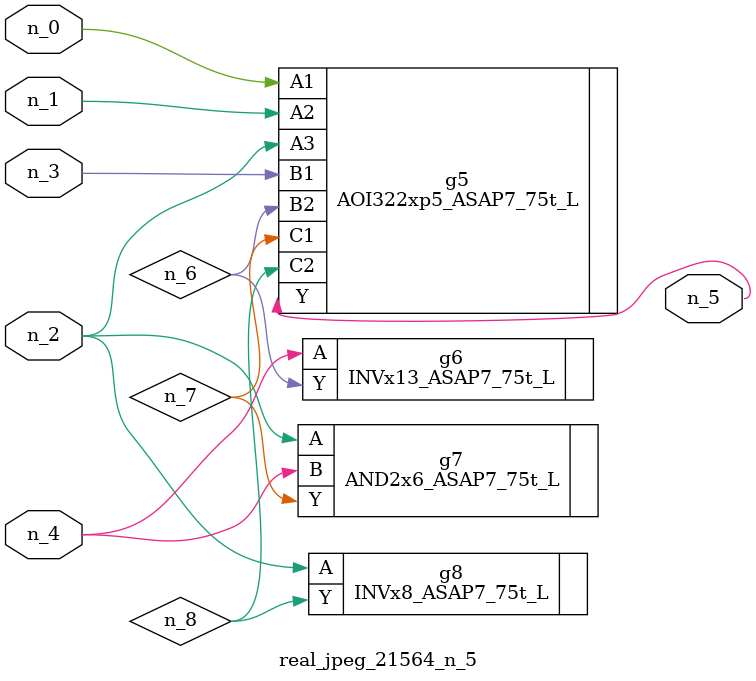
<source format=v>
module real_jpeg_21564_n_5 (n_4, n_0, n_1, n_2, n_3, n_5);

input n_4;
input n_0;
input n_1;
input n_2;
input n_3;

output n_5;

wire n_8;
wire n_6;
wire n_7;

AOI322xp5_ASAP7_75t_L g5 ( 
.A1(n_0),
.A2(n_1),
.A3(n_2),
.B1(n_3),
.B2(n_6),
.C1(n_7),
.C2(n_8),
.Y(n_5)
);

AND2x6_ASAP7_75t_L g7 ( 
.A(n_2),
.B(n_4),
.Y(n_7)
);

INVx8_ASAP7_75t_L g8 ( 
.A(n_2),
.Y(n_8)
);

INVx13_ASAP7_75t_L g6 ( 
.A(n_4),
.Y(n_6)
);


endmodule
</source>
